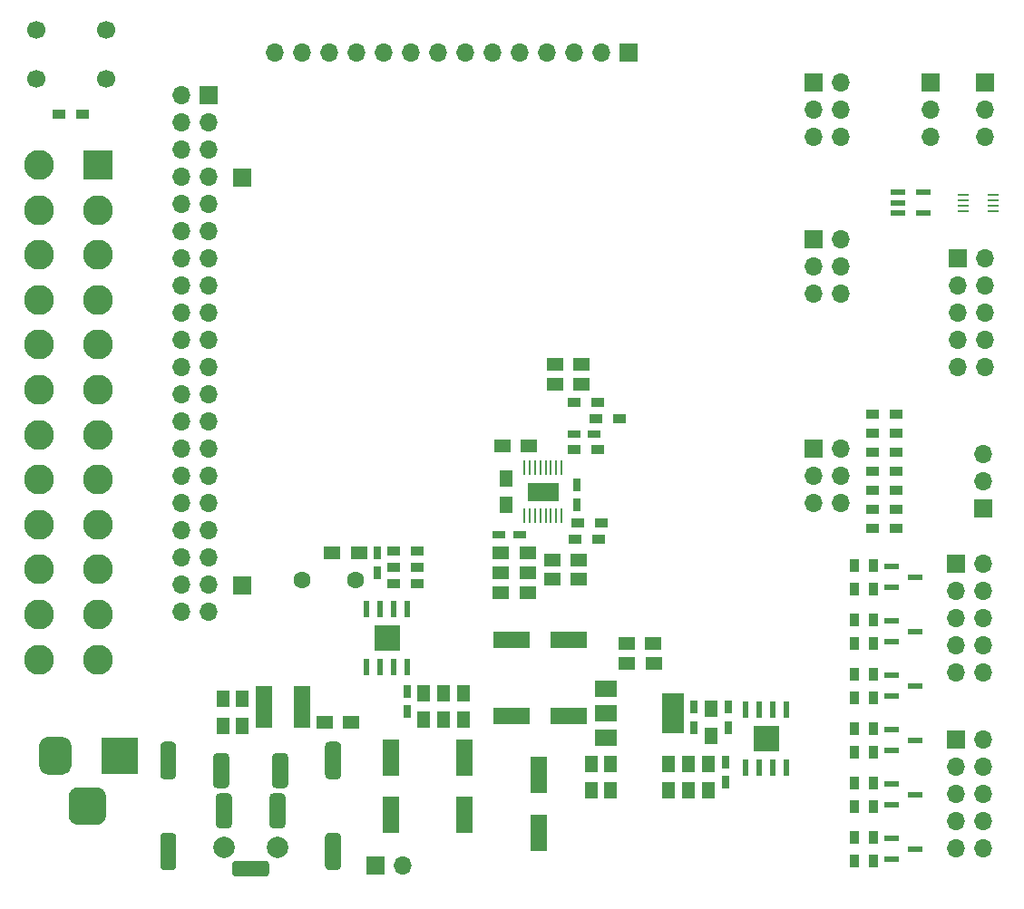
<source format=gts>
%TF.GenerationSoftware,KiCad,Pcbnew,(5.1.6-0-10_14)*%
%TF.CreationDate,2020-09-19T09:16:02+09:00*%
%TF.ProjectId,qPCR-main,71504352-2d6d-4616-996e-2e6b69636164,rev?*%
%TF.SameCoordinates,Original*%
%TF.FileFunction,Soldermask,Top*%
%TF.FilePolarity,Negative*%
%FSLAX46Y46*%
G04 Gerber Fmt 4.6, Leading zero omitted, Abs format (unit mm)*
G04 Created by KiCad (PCBNEW (5.1.6-0-10_14)) date 2020-09-19 09:16:02*
%MOMM*%
%LPD*%
G01*
G04 APERTURE LIST*
%ADD10O,1.700000X1.700000*%
%ADD11R,1.700000X1.700000*%
%ADD12R,1.200000X0.900000*%
%ADD13R,1.600000X3.500000*%
%ADD14R,3.500000X1.600000*%
%ADD15R,1.250000X1.500000*%
%ADD16R,1.500000X1.250000*%
%ADD17R,0.750000X1.200000*%
%ADD18R,1.200000X0.750000*%
%ADD19C,1.600000*%
%ADD20R,3.500000X3.500000*%
%ADD21R,2.800000X2.800000*%
%ADD22C,2.800000*%
%ADD23R,1.500000X4.000000*%
%ADD24R,1.320800X0.558800*%
%ADD25R,0.900000X1.200000*%
%ADD26C,2.000000*%
%ADD27R,0.600000X1.550000*%
%ADD28R,1.175000X1.175000*%
%ADD29R,0.279400X1.333500*%
%ADD30R,2.946400X1.752600*%
%ADD31R,2.000000X3.800000*%
%ADD32R,2.000000X1.500000*%
%ADD33R,1.473200X0.558800*%
%ADD34R,1.120000X0.270000*%
%ADD35C,1.700000*%
G04 APERTURE END LIST*
D10*
%TO.C,J1*%
X74783241Y-57135321D03*
X77323241Y-54595321D03*
X77323241Y-69835321D03*
X74783241Y-69835321D03*
X74783241Y-54595321D03*
X77323241Y-57135321D03*
X74783241Y-52055321D03*
D11*
X77323241Y-52055321D03*
D10*
X77323241Y-79995321D03*
X74783241Y-79995321D03*
X77323241Y-64755321D03*
X74783241Y-64755321D03*
X77323241Y-85075321D03*
X74783241Y-85075321D03*
X77323241Y-67295321D03*
X74783241Y-67295321D03*
X77323241Y-62215321D03*
X74783241Y-62215321D03*
X77323241Y-74915321D03*
X74783241Y-74915321D03*
X77323241Y-97775321D03*
X74783241Y-97775321D03*
X77323241Y-92695321D03*
X74783241Y-92695321D03*
X77323241Y-95235321D03*
X74783241Y-95235321D03*
X77323241Y-72375321D03*
X74783241Y-72375321D03*
X77323241Y-90155321D03*
X74783241Y-90155321D03*
X77323241Y-59675321D03*
X74783241Y-59675321D03*
X77323241Y-87615321D03*
X74783241Y-87615321D03*
X77323241Y-77455321D03*
X74783241Y-77455321D03*
X77323241Y-82535321D03*
X74783241Y-82535321D03*
X77323241Y-100315321D03*
X74783241Y-100315321D03*
%TD*%
D12*
%TO.C,R16*%
X141562000Y-88900000D03*
X139362000Y-88900000D03*
%TD*%
D11*
%TO.C,BODY1*%
X147116800Y-112242600D03*
D10*
X149656800Y-112242600D03*
X147116800Y-114782600D03*
X149656800Y-114782600D03*
X147116800Y-117322600D03*
X149656800Y-117322600D03*
X147116800Y-119862600D03*
X149656800Y-119862600D03*
X147116800Y-122402600D03*
X149656800Y-122402600D03*
%TD*%
D13*
%TO.C,C1*%
X101269800Y-113886000D03*
X101269800Y-119286000D03*
%TD*%
D14*
%TO.C,C2*%
X111005600Y-102895400D03*
X105605600Y-102895400D03*
%TD*%
D15*
%TO.C,C3*%
X120319800Y-116972400D03*
X120319800Y-114472400D03*
%TD*%
D14*
%TO.C,C4*%
X105605600Y-109982000D03*
X111005600Y-109982000D03*
%TD*%
D16*
%TO.C,C5*%
X107122600Y-98501200D03*
X104622600Y-98501200D03*
%TD*%
D15*
%TO.C,C6*%
X122174000Y-116972400D03*
X122174000Y-114472400D03*
%TD*%
%TO.C,C7*%
X101142800Y-107888400D03*
X101142800Y-110388400D03*
%TD*%
D16*
%TO.C,C8*%
X107122600Y-96621600D03*
X104622600Y-96621600D03*
%TD*%
D15*
%TO.C,C9*%
X124028200Y-116972400D03*
X124028200Y-114472400D03*
%TD*%
%TO.C,C10*%
X99288600Y-107893800D03*
X99288600Y-110393800D03*
%TD*%
D16*
%TO.C,C11*%
X107122600Y-94742000D03*
X104622600Y-94742000D03*
%TD*%
D17*
%TO.C,C12*%
X125653800Y-116215200D03*
X125653800Y-114315200D03*
%TD*%
D15*
%TO.C,C13*%
X97459800Y-107893800D03*
X97459800Y-110393800D03*
%TD*%
D18*
%TO.C,C14*%
X106385400Y-93091000D03*
X104485400Y-93091000D03*
%TD*%
D17*
%TO.C,C15*%
X95859600Y-107736600D03*
X95859600Y-109636600D03*
%TD*%
D13*
%TO.C,C16*%
X94361000Y-119286000D03*
X94361000Y-113886000D03*
%TD*%
D19*
%TO.C,C17*%
X86055200Y-97332800D03*
X91055200Y-97332800D03*
%TD*%
D18*
%TO.C,C18*%
X111470400Y-83667600D03*
X113370400Y-83667600D03*
%TD*%
D17*
%TO.C,C19*%
X125907800Y-109209800D03*
X125907800Y-111109800D03*
%TD*%
D16*
%TO.C,C20*%
X91369520Y-94815660D03*
X88869520Y-94815660D03*
%TD*%
%TO.C,C21*%
X107244200Y-84810600D03*
X104744200Y-84810600D03*
%TD*%
D15*
%TO.C,C22*%
X124282200Y-109367000D03*
X124282200Y-111867000D03*
%TD*%
D17*
%TO.C,C23*%
X122682000Y-109209800D03*
X122682000Y-111109800D03*
%TD*%
D15*
%TO.C,C24*%
X105105200Y-90327800D03*
X105105200Y-87827800D03*
%TD*%
D16*
%TO.C,C25*%
X90683400Y-110591600D03*
X88183400Y-110591600D03*
%TD*%
D17*
%TO.C,C26*%
X111709200Y-90307200D03*
X111709200Y-88407200D03*
%TD*%
D13*
%TO.C,C27*%
X108204000Y-120911600D03*
X108204000Y-115511600D03*
%TD*%
D15*
%TO.C,C28*%
X113055400Y-114472400D03*
X113055400Y-116972400D03*
%TD*%
%TO.C,C29*%
X114884200Y-114472400D03*
X114884200Y-116972400D03*
%TD*%
D17*
%TO.C,C30*%
X93078300Y-94785100D03*
X93078300Y-96685100D03*
%TD*%
D16*
%TO.C,C31*%
X109417800Y-95427800D03*
X111917800Y-95427800D03*
%TD*%
%TO.C,C32*%
X109417800Y-97256600D03*
X111917800Y-97256600D03*
%TD*%
D15*
%TO.C,C33*%
X80520540Y-110927200D03*
X80520540Y-108427200D03*
%TD*%
D16*
%TO.C,C34*%
X118902800Y-105130600D03*
X116402800Y-105130600D03*
%TD*%
D15*
%TO.C,C35*%
X78694280Y-110927200D03*
X78694280Y-108427200D03*
%TD*%
D16*
%TO.C,C36*%
X109677200Y-79019400D03*
X112177200Y-79019400D03*
%TD*%
%TO.C,C37*%
X118877400Y-103276400D03*
X116377400Y-103276400D03*
%TD*%
%TO.C,C38*%
X109671800Y-77165200D03*
X112171800Y-77165200D03*
%TD*%
D11*
%TO.C,J2*%
X149656800Y-90652600D03*
D10*
X149656800Y-88112600D03*
X149656800Y-85572600D03*
%TD*%
D11*
%TO.C,GPIO7*%
X80518000Y-59690000D03*
%TD*%
%TO.C,GPIO25*%
X80518000Y-97790000D03*
%TD*%
%TO.C,J5*%
X133807200Y-85064600D03*
D10*
X136347200Y-85064600D03*
X133807200Y-87604600D03*
X136347200Y-87604600D03*
X133807200Y-90144600D03*
X136347200Y-90144600D03*
%TD*%
D11*
%TO.C,J6*%
X133807200Y-65455800D03*
D10*
X136347200Y-65455800D03*
X133807200Y-67995800D03*
X136347200Y-67995800D03*
X133807200Y-70535800D03*
X136347200Y-70535800D03*
%TD*%
D11*
%TO.C,J7*%
X133807200Y-50800000D03*
D10*
X136347200Y-50800000D03*
X133807200Y-53340000D03*
X136347200Y-53340000D03*
X133807200Y-55880000D03*
X136347200Y-55880000D03*
%TD*%
%TO.C,J8*%
G36*
G01*
X64287200Y-119316200D02*
X64287200Y-117566200D01*
G75*
G02*
X65162200Y-116691200I875000J0D01*
G01*
X66912200Y-116691200D01*
G75*
G02*
X67787200Y-117566200I0J-875000D01*
G01*
X67787200Y-119316200D01*
G75*
G02*
X66912200Y-120191200I-875000J0D01*
G01*
X65162200Y-120191200D01*
G75*
G02*
X64287200Y-119316200I0J875000D01*
G01*
G37*
G36*
G01*
X61537200Y-114741200D02*
X61537200Y-112741200D01*
G75*
G02*
X62287200Y-111991200I750000J0D01*
G01*
X63787200Y-111991200D01*
G75*
G02*
X64537200Y-112741200I0J-750000D01*
G01*
X64537200Y-114741200D01*
G75*
G02*
X63787200Y-115491200I-750000J0D01*
G01*
X62287200Y-115491200D01*
G75*
G02*
X61537200Y-114741200I0J750000D01*
G01*
G37*
D20*
X69037200Y-113741200D03*
%TD*%
D21*
%TO.C,J9*%
X67056000Y-58547000D03*
D22*
X67056000Y-62747000D03*
X67056000Y-66947000D03*
X67056000Y-71147000D03*
X67056000Y-75347000D03*
X67056000Y-79547000D03*
X67056000Y-83747000D03*
X67056000Y-87947000D03*
X67056000Y-92147000D03*
X67056000Y-96347000D03*
X67056000Y-100547000D03*
X67056000Y-104747000D03*
X61556000Y-58547000D03*
X61556000Y-62747000D03*
X61556000Y-66947000D03*
X61556000Y-71147000D03*
X61556000Y-75347000D03*
X61556000Y-79547000D03*
X61556000Y-83747000D03*
X61556000Y-87947000D03*
X61556000Y-92147000D03*
X61556000Y-96347000D03*
X61556000Y-100547000D03*
X61556000Y-104747000D03*
%TD*%
D11*
%TO.C,J10*%
X144780000Y-50800000D03*
D10*
X144780000Y-53340000D03*
X144780000Y-55880000D03*
%TD*%
D11*
%TO.C,J11*%
X149860000Y-50800000D03*
D10*
X149860000Y-53340000D03*
X149860000Y-55880000D03*
%TD*%
D11*
%TO.C,J_12V1*%
X92964000Y-123952000D03*
D10*
X95504000Y-123952000D03*
%TD*%
D23*
%TO.C,L1*%
X86102600Y-109143800D03*
X82502600Y-109143800D03*
%TD*%
D11*
%TO.C,LED*%
X147320000Y-67284600D03*
D10*
X149860000Y-67284600D03*
X147320000Y-69824600D03*
X149860000Y-69824600D03*
X147320000Y-72364600D03*
X149860000Y-72364600D03*
X147320000Y-74904600D03*
X149860000Y-74904600D03*
X147320000Y-77444600D03*
X149860000Y-77444600D03*
%TD*%
D11*
%TO.C,LID*%
X147116800Y-95758000D03*
D10*
X149656800Y-95758000D03*
X147116800Y-98298000D03*
X149656800Y-98298000D03*
X147116800Y-100838000D03*
X149656800Y-100838000D03*
X147116800Y-103378000D03*
X149656800Y-103378000D03*
X147116800Y-105918000D03*
X149656800Y-105918000D03*
%TD*%
D11*
%TO.C,PHOTOSENSING*%
X116586000Y-48006000D03*
D10*
X114046000Y-48006000D03*
X111506000Y-48006000D03*
X108966000Y-48006000D03*
X106426000Y-48006000D03*
X103886000Y-48006000D03*
X101346000Y-48006000D03*
X98806000Y-48006000D03*
X96266000Y-48006000D03*
X93726000Y-48006000D03*
X91186000Y-48006000D03*
X88646000Y-48006000D03*
X86106000Y-48006000D03*
X83566000Y-48006000D03*
%TD*%
D24*
%TO.C,Q1*%
X141147800Y-96088200D03*
X141147800Y-97967800D03*
X143332200Y-97028000D03*
%TD*%
%TO.C,Q2*%
X141147800Y-101168200D03*
X141147800Y-103047800D03*
X143332200Y-102108000D03*
%TD*%
%TO.C,Q3*%
X141147800Y-106248200D03*
X141147800Y-108127800D03*
X143332200Y-107188000D03*
%TD*%
%TO.C,Q4*%
X141147800Y-111328200D03*
X141147800Y-113207800D03*
X143332200Y-112268000D03*
%TD*%
%TO.C,Q5*%
X141147800Y-121488200D03*
X141147800Y-123367800D03*
X143332200Y-122428000D03*
%TD*%
%TO.C,Q6*%
X141147800Y-116408200D03*
X141147800Y-118287800D03*
X143332200Y-117348000D03*
%TD*%
D25*
%TO.C,R1*%
X137668000Y-95928000D03*
X137668000Y-98128000D03*
%TD*%
%TO.C,R2*%
X137668000Y-101008000D03*
X137668000Y-103208000D03*
%TD*%
%TO.C,R3*%
X137668000Y-106088000D03*
X137668000Y-108288000D03*
%TD*%
%TO.C,R4*%
X139446000Y-98128000D03*
X139446000Y-95928000D03*
%TD*%
%TO.C,R5*%
X139446000Y-103208000D03*
X139446000Y-101008000D03*
%TD*%
%TO.C,R6*%
X139446000Y-108288000D03*
X139446000Y-106088000D03*
%TD*%
D12*
%TO.C,R7*%
X63416000Y-53825140D03*
X65616000Y-53825140D03*
%TD*%
D25*
%TO.C,R8*%
X137668000Y-111168000D03*
X137668000Y-113368000D03*
%TD*%
%TO.C,R9*%
X137668000Y-121328000D03*
X137668000Y-123528000D03*
%TD*%
%TO.C,R10*%
X137668000Y-116248000D03*
X137668000Y-118448000D03*
%TD*%
%TO.C,R11*%
X139446000Y-113368000D03*
X139446000Y-111168000D03*
%TD*%
%TO.C,R12*%
X139446000Y-123528000D03*
X139446000Y-121328000D03*
%TD*%
%TO.C,R13*%
X139446000Y-118448000D03*
X139446000Y-116248000D03*
%TD*%
D12*
%TO.C,R14*%
X141562000Y-83566000D03*
X139362000Y-83566000D03*
%TD*%
%TO.C,R15*%
X141562000Y-90678000D03*
X139362000Y-90678000D03*
%TD*%
%TO.C,R17*%
X141562000Y-85344000D03*
X139362000Y-85344000D03*
%TD*%
%TO.C,R18*%
X141562000Y-92456000D03*
X139362000Y-92456000D03*
%TD*%
%TO.C,R19*%
X141562000Y-87122000D03*
X139362000Y-87122000D03*
%TD*%
%TO.C,R20*%
X141562000Y-81788000D03*
X139362000Y-81788000D03*
%TD*%
%TO.C,R22*%
X111574400Y-93497400D03*
X113774400Y-93497400D03*
%TD*%
%TO.C,R23*%
X111777600Y-91973400D03*
X113977600Y-91973400D03*
%TD*%
%TO.C,R24*%
X94655460Y-94640400D03*
X96855460Y-94640400D03*
%TD*%
%TO.C,R25*%
X96855460Y-96164400D03*
X94655460Y-96164400D03*
%TD*%
%TO.C,R26*%
X94655460Y-97688400D03*
X96855460Y-97688400D03*
%TD*%
%TO.C,R27*%
X111480600Y-80721200D03*
X113680600Y-80721200D03*
%TD*%
%TO.C,R28*%
X113547800Y-82219800D03*
X115747800Y-82219800D03*
%TD*%
D26*
%TO.C,U1*%
X83780000Y-122284000D03*
X78780000Y-122284000D03*
G36*
G01*
X89730000Y-121309000D02*
X89730000Y-124059000D01*
G75*
G02*
X89355000Y-124434000I-375000J0D01*
G01*
X88605000Y-124434000D01*
G75*
G02*
X88230000Y-124059000I0J375000D01*
G01*
X88230000Y-121309000D01*
G75*
G02*
X88605000Y-120934000I375000J0D01*
G01*
X89355000Y-120934000D01*
G75*
G02*
X89730000Y-121309000I0J-375000D01*
G01*
G37*
G36*
G01*
X74330000Y-121309000D02*
X74330000Y-124059000D01*
G75*
G02*
X73955000Y-124434000I-375000J0D01*
G01*
X73205000Y-124434000D01*
G75*
G02*
X72830000Y-124059000I0J375000D01*
G01*
X72830000Y-121309000D01*
G75*
G02*
X73205000Y-120934000I375000J0D01*
G01*
X73955000Y-120934000D01*
G75*
G02*
X74330000Y-121309000I0J-375000D01*
G01*
G37*
G36*
G01*
X89730000Y-112809000D02*
X89730000Y-115559000D01*
G75*
G02*
X89355000Y-115934000I-375000J0D01*
G01*
X88605000Y-115934000D01*
G75*
G02*
X88230000Y-115559000I0J375000D01*
G01*
X88230000Y-112809000D01*
G75*
G02*
X88605000Y-112434000I375000J0D01*
G01*
X89355000Y-112434000D01*
G75*
G02*
X89730000Y-112809000I0J-375000D01*
G01*
G37*
G36*
G01*
X74330000Y-112809000D02*
X74330000Y-115559000D01*
G75*
G02*
X73955000Y-115934000I-375000J0D01*
G01*
X73205000Y-115934000D01*
G75*
G02*
X72830000Y-115559000I0J375000D01*
G01*
X72830000Y-112809000D01*
G75*
G02*
X73205000Y-112434000I375000J0D01*
G01*
X73955000Y-112434000D01*
G75*
G02*
X74330000Y-112809000I0J-375000D01*
G01*
G37*
G36*
G01*
X82655000Y-125034000D02*
X79905000Y-125034000D01*
G75*
G02*
X79530000Y-124659000I0J375000D01*
G01*
X79530000Y-123909000D01*
G75*
G02*
X79905000Y-123534000I375000J0D01*
G01*
X82655000Y-123534000D01*
G75*
G02*
X83030000Y-123909000I0J-375000D01*
G01*
X83030000Y-124659000D01*
G75*
G02*
X82655000Y-125034000I-375000J0D01*
G01*
G37*
G36*
G01*
X83030000Y-120159000D02*
X83030000Y-117609000D01*
G75*
G02*
X83405000Y-117234000I375000J0D01*
G01*
X84155000Y-117234000D01*
G75*
G02*
X84530000Y-117609000I0J-375000D01*
G01*
X84530000Y-120159000D01*
G75*
G02*
X84155000Y-120534000I-375000J0D01*
G01*
X83405000Y-120534000D01*
G75*
G02*
X83030000Y-120159000I0J375000D01*
G01*
G37*
G36*
G01*
X78030000Y-120159000D02*
X78030000Y-117609000D01*
G75*
G02*
X78405000Y-117234000I375000J0D01*
G01*
X79155000Y-117234000D01*
G75*
G02*
X79530000Y-117609000I0J-375000D01*
G01*
X79530000Y-120159000D01*
G75*
G02*
X79155000Y-120534000I-375000J0D01*
G01*
X78405000Y-120534000D01*
G75*
G02*
X78030000Y-120159000I0J375000D01*
G01*
G37*
G36*
G01*
X83280000Y-116409000D02*
X83280000Y-113859000D01*
G75*
G02*
X83655000Y-113484000I375000J0D01*
G01*
X84405000Y-113484000D01*
G75*
G02*
X84780000Y-113859000I0J-375000D01*
G01*
X84780000Y-116409000D01*
G75*
G02*
X84405000Y-116784000I-375000J0D01*
G01*
X83655000Y-116784000D01*
G75*
G02*
X83280000Y-116409000I0J375000D01*
G01*
G37*
G36*
G01*
X77780000Y-116409000D02*
X77780000Y-113859000D01*
G75*
G02*
X78155000Y-113484000I375000J0D01*
G01*
X78905000Y-113484000D01*
G75*
G02*
X79280000Y-113859000I0J-375000D01*
G01*
X79280000Y-116409000D01*
G75*
G02*
X78905000Y-116784000I-375000J0D01*
G01*
X78155000Y-116784000D01*
G75*
G02*
X77780000Y-116409000I0J375000D01*
G01*
G37*
%TD*%
D27*
%TO.C,U2*%
X131318000Y-109415600D03*
X130048000Y-109415600D03*
X128778000Y-109415600D03*
X127508000Y-109415600D03*
X127508000Y-114815600D03*
X128778000Y-114815600D03*
X130048000Y-114815600D03*
X131318000Y-114815600D03*
D28*
X128825500Y-112703100D03*
X130000500Y-112703100D03*
X128825500Y-111528100D03*
X130000500Y-111528100D03*
%TD*%
D27*
%TO.C,U3*%
X95915480Y-100060780D03*
X94645480Y-100060780D03*
X93375480Y-100060780D03*
X92105480Y-100060780D03*
X92105480Y-105460780D03*
X93375480Y-105460780D03*
X94645480Y-105460780D03*
X95915480Y-105460780D03*
D28*
X93422980Y-103348280D03*
X94597980Y-103348280D03*
X93422980Y-102173280D03*
X94597980Y-102173280D03*
%TD*%
D29*
%TO.C,U4*%
X110310930Y-86861650D03*
X109810550Y-86861650D03*
X109310170Y-86861650D03*
X108809790Y-86861650D03*
X108309410Y-86861650D03*
X107809030Y-86861650D03*
X107308650Y-86861650D03*
X106808270Y-86861650D03*
X106808270Y-91293950D03*
X107308650Y-91293950D03*
X107809030Y-91293950D03*
X108309410Y-91293950D03*
X108809790Y-91293950D03*
X109310170Y-91293950D03*
X109810550Y-91293950D03*
X110310930Y-91293950D03*
D30*
X108559600Y-89077800D03*
%TD*%
D31*
%TO.C,U5*%
X120701200Y-109753400D03*
D32*
X114401200Y-109753400D03*
X114401200Y-112053400D03*
X114401200Y-107453400D03*
%TD*%
D33*
%TO.C,U6*%
X141706600Y-61127599D03*
X141706600Y-62077600D03*
X141706600Y-63027601D03*
X144094200Y-63027601D03*
X144094200Y-61127599D03*
%TD*%
D34*
%TO.C,U7*%
X147820000Y-61327600D03*
X147820000Y-61827600D03*
X147820000Y-62327600D03*
X147820000Y-62827600D03*
X150630000Y-62827600D03*
X150630000Y-62327600D03*
X150630000Y-61827600D03*
X150630000Y-61327600D03*
%TD*%
D12*
%TO.C,R21*%
X111472800Y-85090000D03*
X113672800Y-85090000D03*
%TD*%
D35*
%TO.C,SW1*%
X67772280Y-50464720D03*
X61272280Y-50464720D03*
X67772280Y-45964720D03*
X61272280Y-45964720D03*
%TD*%
M02*

</source>
